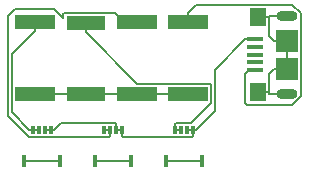
<source format=gbr>
G04 #@! TF.GenerationSoftware,KiCad,Pcbnew,(5.1.5)-3*
G04 #@! TF.CreationDate,2021-03-15T13:52:55-04:00*
G04 #@! TF.ProjectId,GelSight-Micro HDMI V2.3-INTERIM,47656c53-6967-4687-942d-4d6963726f20,rev?*
G04 #@! TF.SameCoordinates,Original*
G04 #@! TF.FileFunction,Copper,L1,Top*
G04 #@! TF.FilePolarity,Positive*
%FSLAX46Y46*%
G04 Gerber Fmt 4.6, Leading zero omitted, Abs format (unit mm)*
G04 Created by KiCad (PCBNEW (5.1.5)-3) date 2021-03-15 13:52:55*
%MOMM*%
%LPD*%
G04 APERTURE LIST*
%ADD10R,0.300000X1.000000*%
%ADD11R,0.300000X0.700000*%
%ADD12R,1.350000X0.400000*%
%ADD13R,1.400000X1.600000*%
%ADD14R,1.900000X1.900000*%
%ADD15O,1.800000X0.900000*%
%ADD16R,3.420000X1.240000*%
%ADD17R,3.320000X1.240000*%
%ADD18C,0.152400*%
G04 APERTURE END LIST*
D10*
X146256500Y-93755600D03*
X143176500Y-93755600D03*
D11*
X145466500Y-91105600D03*
X144966500Y-91105600D03*
X144466500Y-91105600D03*
X143966500Y-91105600D03*
D10*
X152276300Y-93755600D03*
X149196300Y-93755600D03*
D11*
X151486300Y-91105600D03*
X150986300Y-91105600D03*
X150486300Y-91105600D03*
X149986300Y-91105600D03*
D10*
X158296100Y-93755600D03*
X155216100Y-93755600D03*
D11*
X157506100Y-91105600D03*
X157006100Y-91105600D03*
X156506100Y-91105600D03*
X156006100Y-91105600D03*
D12*
X162780600Y-86053600D03*
X162780600Y-85403600D03*
X162780600Y-84753600D03*
X162780600Y-84103600D03*
X162780600Y-83453600D03*
D13*
X163005600Y-87953600D03*
X163005600Y-81553600D03*
D14*
X165455600Y-85953600D03*
X165455600Y-83553600D03*
D15*
X165455600Y-88053600D03*
X165455600Y-81453600D03*
D16*
X157124400Y-81977800D03*
X157124400Y-88057800D03*
X144126375Y-88057800D03*
X144126375Y-81977800D03*
D17*
X148443050Y-88057800D03*
X148443050Y-82077800D03*
D16*
X152759725Y-88057800D03*
X152759725Y-81977800D03*
D18*
X145988775Y-88057800D02*
X148443050Y-88057800D01*
X144126375Y-88057800D02*
X145988775Y-88057800D01*
X152759725Y-88057800D02*
X148443050Y-88057800D01*
X155262000Y-88057800D02*
X152759725Y-88057800D01*
X157124400Y-88057800D02*
X155262000Y-88057800D01*
X162305600Y-86053600D02*
X162780600Y-86053600D01*
X162122719Y-88982201D02*
X161953200Y-88812682D01*
X161953200Y-86406000D02*
X162305600Y-86053600D01*
X165936698Y-88982201D02*
X162122719Y-88982201D01*
X166634201Y-88284698D02*
X165936698Y-88982201D01*
X161953200Y-88812682D02*
X161953200Y-86406000D01*
X165936698Y-80524999D02*
X166634201Y-81222502D01*
X166634201Y-81222502D02*
X166634201Y-88284698D01*
X157804801Y-80524999D02*
X165936698Y-80524999D01*
X157124400Y-81205400D02*
X157804801Y-80524999D01*
X157124400Y-81977800D02*
X157124400Y-81205400D01*
X157506100Y-91105600D02*
X157006100Y-91105600D01*
X151486300Y-91105600D02*
X150986300Y-91105600D01*
X145466500Y-91105600D02*
X144966500Y-91105600D01*
X151486300Y-91608000D02*
X151486300Y-91105600D01*
X151562501Y-91684201D02*
X151486300Y-91608000D01*
X157506100Y-91608000D02*
X157429899Y-91684201D01*
X157429899Y-91684201D02*
X151562501Y-91684201D01*
X157506100Y-91105600D02*
X157506100Y-91608000D01*
X159367810Y-89546290D02*
X157808500Y-91105600D01*
X157808500Y-91105600D02*
X157506100Y-91105600D01*
X159367810Y-86038990D02*
X159367810Y-89546290D01*
X161953200Y-83453600D02*
X159367810Y-86038990D01*
X162780600Y-83453600D02*
X161953200Y-83453600D01*
X150986300Y-90603200D02*
X150986300Y-91105600D01*
X146347501Y-90526999D02*
X150910099Y-90526999D01*
X145768900Y-91105600D02*
X146347501Y-90526999D01*
X150910099Y-90526999D02*
X150986300Y-90603200D01*
X145466500Y-91105600D02*
X145768900Y-91105600D01*
X144466500Y-91105600D02*
X143857100Y-91105600D01*
X142187774Y-89629274D02*
X143664100Y-91105600D01*
X142187774Y-84688801D02*
X142187774Y-89629274D01*
X144126375Y-82750200D02*
X142187774Y-84688801D01*
X143664100Y-91105600D02*
X143966500Y-91105600D01*
X144126375Y-81977800D02*
X144126375Y-82750200D01*
X148443050Y-82077800D02*
X149483050Y-82077800D01*
X156506100Y-91105600D02*
X156006100Y-91105600D01*
X156006100Y-90603200D02*
X156006100Y-91105600D01*
X156082301Y-90526999D02*
X156006100Y-90603200D01*
X159063001Y-88860681D02*
X157396683Y-90526999D01*
X159063001Y-87254919D02*
X159063001Y-88860681D01*
X159017281Y-87209199D02*
X159063001Y-87254919D01*
X152802049Y-87209199D02*
X159017281Y-87209199D01*
X157396683Y-90526999D02*
X156082301Y-90526999D01*
X148443050Y-82850200D02*
X152802049Y-87209199D01*
X148443050Y-82077800D02*
X148443050Y-82850200D01*
X150486300Y-91105600D02*
X149986300Y-91105600D01*
X150486300Y-91608000D02*
X150486300Y-91105600D01*
X150410099Y-91684201D02*
X150486300Y-91608000D01*
X141882965Y-89933547D02*
X143633619Y-91684201D01*
X142462103Y-80900590D02*
X141882965Y-81479728D01*
X145790647Y-80900590D02*
X142462103Y-80900590D01*
X146554449Y-81664392D02*
X145790647Y-80900590D01*
X150897325Y-81205400D02*
X146623968Y-81205400D01*
X146554449Y-81274919D02*
X146554449Y-81664392D01*
X151669725Y-81977800D02*
X150897325Y-81205400D01*
X141882965Y-81479728D02*
X141882965Y-89933547D01*
X146623968Y-81205400D02*
X146554449Y-81274919D01*
X152759725Y-81977800D02*
X151669725Y-81977800D01*
X143633619Y-91684201D02*
X150410099Y-91684201D01*
X143176500Y-93755600D02*
X146256500Y-93755600D01*
X155518500Y-93755600D02*
X158296100Y-93755600D01*
X155216100Y-93755600D02*
X155518500Y-93755600D01*
X149196300Y-93755600D02*
X152276300Y-93755600D01*
X164976343Y-88053600D02*
X164976343Y-88030496D01*
X164976343Y-81453600D02*
X164976343Y-81430418D01*
X163958000Y-81453600D02*
X164976343Y-81453600D01*
X163005600Y-81553600D02*
X163858000Y-81553600D01*
X163858000Y-81553600D02*
X163958000Y-81453600D01*
X165455600Y-84851200D02*
X165455600Y-83553600D01*
X165455600Y-85953600D02*
X165455600Y-84851200D01*
X164353200Y-83553600D02*
X165455600Y-83553600D01*
X163958000Y-83158400D02*
X164353200Y-83553600D01*
X163958000Y-81453600D02*
X163958000Y-83158400D01*
X164353200Y-85953600D02*
X165455600Y-85953600D01*
X163958000Y-86348800D02*
X164353200Y-85953600D01*
X163005600Y-87953600D02*
X163858000Y-87953600D01*
X163958000Y-88053600D02*
X163958000Y-86348800D01*
X163858000Y-87953600D02*
X163958000Y-88053600D01*
X163958000Y-88053600D02*
X164976343Y-88053600D01*
M02*

</source>
